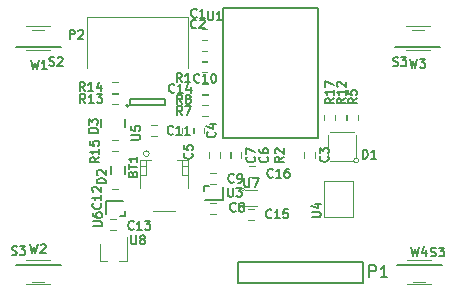
<source format=gbr>
G04 #@! TF.GenerationSoftware,KiCad,Pcbnew,(5.0.1-3-g963ef8bb5)*
G04 #@! TF.CreationDate,2019-05-06T12:15:07-04:00*
G04 #@! TF.ProjectId,OHAK_131,4F48414B5F3133312E6B696361645F70,rev?*
G04 #@! TF.SameCoordinates,Original*
G04 #@! TF.FileFunction,Legend,Top*
G04 #@! TF.FilePolarity,Positive*
%FSLAX46Y46*%
G04 Gerber Fmt 4.6, Leading zero omitted, Abs format (unit mm)*
G04 Created by KiCad (PCBNEW (5.0.1-3-g963ef8bb5)) date Monday, May 06, 2019 at 12:15:07 PM*
%MOMM*%
%LPD*%
G01*
G04 APERTURE LIST*
%ADD10C,0.100000*%
%ADD11C,0.120000*%
%ADD12C,0.200000*%
%ADD13C,0.150000*%
%ADD14C,0.127000*%
G04 APERTURE END LIST*
D10*
G04 #@! TO.C,U4*
X150940880Y-103393860D02*
X148440880Y-103393860D01*
X150940880Y-100393860D02*
X150940880Y-103393860D01*
X148440880Y-100393860D02*
X150940880Y-100393860D01*
X148440880Y-103393860D02*
X148440880Y-100393860D01*
D11*
G04 #@! TO.C,C12*
X131015880Y-101023860D02*
X130515880Y-101023860D01*
X130515880Y-101963860D02*
X131015880Y-101963860D01*
D12*
G04 #@! TO.C,U6*
X131165880Y-103293860D02*
X131565880Y-103293860D01*
X131565880Y-103293860D02*
X131565880Y-102893860D01*
X129965880Y-103193860D02*
X129965880Y-102093860D01*
X129965880Y-102093860D02*
X131465880Y-102093860D01*
D11*
G04 #@! TO.C,U8*
X129455880Y-105713860D02*
X129455880Y-107123860D01*
X131775880Y-107123860D02*
X131775880Y-105093860D01*
X131775880Y-107123860D02*
X131115880Y-107123860D01*
X130115880Y-107123860D02*
X129455880Y-107123860D01*
D10*
G04 #@! TO.C,U7*
X141690880Y-101093860D02*
G75*
G03X141690880Y-101093860I-100000J0D01*
G01*
X142790880Y-102493860D02*
X141790880Y-102493860D01*
X142790880Y-101093860D02*
X141790880Y-101093860D01*
D11*
G04 #@! TO.C,C7*
X139620880Y-97943860D02*
X139620880Y-98443860D01*
X140560880Y-98443860D02*
X140560880Y-97943860D01*
G04 #@! TO.C,C8*
X138840880Y-103138860D02*
X139340880Y-103138860D01*
X139340880Y-102198860D02*
X138840880Y-102198860D01*
D13*
G04 #@! TO.C,U1*
X139940880Y-85693860D02*
X147940880Y-85693860D01*
X139940880Y-96193860D02*
X139940880Y-85693860D01*
X147940880Y-96693860D02*
X147940880Y-85693860D01*
X139940880Y-96693860D02*
X147940880Y-96693860D01*
X139940880Y-96193860D02*
X139940880Y-96693860D01*
D11*
G04 #@! TO.C,S3*
X157392880Y-87267860D02*
X155392880Y-87267860D01*
X155392880Y-89307860D02*
X157392880Y-89307860D01*
X157519880Y-107079860D02*
X155519880Y-107079860D01*
X155519880Y-109119860D02*
X157519880Y-109119860D01*
X125261880Y-107079860D02*
X123261880Y-107079860D01*
X123261880Y-109119860D02*
X125261880Y-109119860D01*
D13*
G04 #@! TO.C,D2*
X130390880Y-99818860D02*
X130390880Y-99118860D01*
X131590880Y-99118860D02*
X131590880Y-99818860D01*
G04 #@! TO.C,D3*
X131615880Y-95118860D02*
X131615880Y-95818860D01*
X129615880Y-95818860D02*
X129615880Y-95118860D01*
G04 #@! TO.C,U5*
X131915880Y-93993860D02*
G75*
G03X131915880Y-93993860I-100000J0D01*
G01*
X132065880Y-93443860D02*
X132065880Y-93943860D01*
X134965880Y-93443860D02*
X132065880Y-93443860D01*
X134965880Y-93943860D02*
X134965880Y-93443860D01*
X132065880Y-93943860D02*
X134965880Y-93943860D01*
D10*
G04 #@! TO.C,P2*
X136984220Y-90845647D02*
X136984220Y-86495647D01*
X136984220Y-86495647D02*
X128384220Y-86495647D01*
X128384220Y-86495647D02*
X128384220Y-90845647D01*
G04 #@! TO.C,D1*
X151390880Y-98643861D02*
G75*
G03X151390880Y-98643861I-200000J0D01*
G01*
X151190880Y-96443861D02*
X151190880Y-98443861D01*
X150990880Y-98643861D02*
X148990880Y-98643861D01*
X148790880Y-98443861D02*
X148790880Y-96443861D01*
X148990880Y-96243861D02*
X150990880Y-96243861D01*
D11*
G04 #@! TO.C,S2*
X125261880Y-87267860D02*
X123261880Y-87267860D01*
X123261880Y-89307860D02*
X125261880Y-89307860D01*
D14*
G04 #@! TO.C,W3*
X154492880Y-89014860D02*
X156392880Y-89014860D01*
X156392880Y-89014860D02*
X158292880Y-89014860D01*
D11*
X156892880Y-87564860D02*
X155892880Y-87564860D01*
D14*
G04 #@! TO.C,W4*
X158419880Y-107499860D02*
X156519880Y-107499860D01*
X156519880Y-107499860D02*
X154619880Y-107499860D01*
D11*
X156019880Y-108949860D02*
X157019880Y-108949860D01*
D14*
G04 #@! TO.C,W2*
X126161880Y-107499860D02*
X124261880Y-107499860D01*
X124261880Y-107499860D02*
X122361880Y-107499860D01*
D11*
X123761880Y-108949860D02*
X124761880Y-108949860D01*
D14*
G04 #@! TO.C,W1*
X122361880Y-89014860D02*
X124261880Y-89014860D01*
X124261880Y-89014860D02*
X126161880Y-89014860D01*
D11*
X124761880Y-87564860D02*
X123761880Y-87564860D01*
G04 #@! TO.C,BT1*
X133665880Y-98056360D02*
G75*
G03X133665880Y-98056360I-250000J0D01*
G01*
X134015880Y-102881360D02*
X135815880Y-102881360D01*
X132915880Y-100981360D02*
X132915880Y-98631360D01*
X132915880Y-98631360D02*
X133815880Y-98631360D01*
X133415880Y-98631360D02*
X133415880Y-99831360D01*
X133415880Y-99831360D02*
X133415880Y-99831360D01*
X133415880Y-99831360D02*
X133415880Y-98631360D01*
X133415880Y-98631360D02*
X133415880Y-98631360D01*
X133415880Y-99131360D02*
X133415880Y-99131360D01*
X133415880Y-99131360D02*
X132915880Y-99131360D01*
X132915880Y-99131360D02*
X132915880Y-99131360D01*
X132915880Y-99131360D02*
X133415880Y-99131360D01*
X133415880Y-99831360D02*
X133415880Y-99831360D01*
X133415880Y-99831360D02*
X132915880Y-99831360D01*
X132915880Y-99831360D02*
X132915880Y-99831360D01*
X132915880Y-99831360D02*
X133415880Y-99831360D01*
X136915880Y-100981360D02*
X136915880Y-98631360D01*
X136915880Y-98631360D02*
X136015880Y-98631360D01*
X136415880Y-98631360D02*
X136415880Y-99831360D01*
X136415880Y-99831360D02*
X136415880Y-99831360D01*
X136415880Y-99831360D02*
X136415880Y-98631360D01*
X136415880Y-98631360D02*
X136415880Y-98631360D01*
X136415880Y-99131360D02*
X136415880Y-99131360D01*
X136415880Y-99131360D02*
X136915880Y-99131360D01*
X136915880Y-99131360D02*
X136915880Y-99131360D01*
X136915880Y-99131360D02*
X136415880Y-99131360D01*
X136415880Y-99831360D02*
X136415880Y-99831360D01*
X136415880Y-99831360D02*
X136915880Y-99831360D01*
X136915880Y-99831360D02*
X136915880Y-99831360D01*
X136915880Y-99831360D02*
X136415880Y-99831360D01*
G04 #@! TO.C,C1*
X138090880Y-88463860D02*
X138590880Y-88463860D01*
X138590880Y-87523860D02*
X138090880Y-87523860D01*
G04 #@! TO.C,C2*
X138590880Y-88423860D02*
X138090880Y-88423860D01*
X138090880Y-89363860D02*
X138590880Y-89363860D01*
G04 #@! TO.C,C3*
X146770880Y-97893860D02*
X146770880Y-98393860D01*
X147710880Y-98393860D02*
X147710880Y-97893860D01*
G04 #@! TO.C,C4*
X137370880Y-95843860D02*
X137370880Y-96343860D01*
X138310880Y-96343860D02*
X138310880Y-95843860D01*
G04 #@! TO.C,C5*
X137410880Y-96343860D02*
X137410880Y-95843860D01*
X136470880Y-95843860D02*
X136470880Y-96343860D01*
G04 #@! TO.C,C6*
X138720880Y-97943860D02*
X138720880Y-98443860D01*
X139660880Y-98443860D02*
X139660880Y-97943860D01*
G04 #@! TO.C,C9*
X138840880Y-100638860D02*
X139340880Y-100638860D01*
X139340880Y-99698860D02*
X138840880Y-99698860D01*
G04 #@! TO.C,C10*
X138590880Y-90223860D02*
X138090880Y-90223860D01*
X138090880Y-91163860D02*
X138590880Y-91163860D01*
G04 #@! TO.C,C11*
X134315880Y-95623860D02*
X133815880Y-95623860D01*
X133815880Y-96563860D02*
X134315880Y-96563860D01*
G04 #@! TO.C,C13*
X130865880Y-103598860D02*
X130365880Y-103598860D01*
X130365880Y-104538860D02*
X130865880Y-104538860D01*
G04 #@! TO.C,C14*
X138660880Y-92123860D02*
X138160880Y-92123860D01*
X138160880Y-93063860D02*
X138660880Y-93063860D01*
G04 #@! TO.C,C15*
X142490880Y-102773860D02*
X141990880Y-102773860D01*
X141990880Y-103713860D02*
X142490880Y-103713860D01*
G04 #@! TO.C,C16*
X142140880Y-100063860D02*
X142640880Y-100063860D01*
X142640880Y-99123860D02*
X142140880Y-99123860D01*
G04 #@! TO.C,R1*
X138590880Y-89323860D02*
X138090880Y-89323860D01*
X138090880Y-90263860D02*
X138590880Y-90263860D01*
G04 #@! TO.C,R2*
X141460880Y-98443860D02*
X141460880Y-97943860D01*
X140520880Y-97943860D02*
X140520880Y-98443860D01*
G04 #@! TO.C,R5*
X150370880Y-94743860D02*
X150370880Y-95243860D01*
X151310880Y-95243860D02*
X151310880Y-94743860D01*
G04 #@! TO.C,R7*
X138650880Y-93923860D02*
X138150880Y-93923860D01*
X138150880Y-94863860D02*
X138650880Y-94863860D01*
G04 #@! TO.C,R8*
X138640880Y-93023860D02*
X138140880Y-93023860D01*
X138140880Y-93963860D02*
X138640880Y-93963860D01*
G04 #@! TO.C,R12*
X150360880Y-95243860D02*
X150360880Y-94743860D01*
X149420880Y-94743860D02*
X149420880Y-95243860D01*
G04 #@! TO.C,R13*
X131015880Y-92923860D02*
X130515880Y-92923860D01*
X130515880Y-93863860D02*
X131015880Y-93863860D01*
G04 #@! TO.C,R14*
X131015880Y-92023860D02*
X130515880Y-92023860D01*
X130515880Y-92963860D02*
X131015880Y-92963860D01*
G04 #@! TO.C,R15*
X130515880Y-97863860D02*
X131015880Y-97863860D01*
X131015880Y-96923860D02*
X130515880Y-96923860D01*
G04 #@! TO.C,R17*
X148470880Y-94743860D02*
X148470880Y-95243860D01*
X149410880Y-95243860D02*
X149410880Y-94743860D01*
D12*
G04 #@! TO.C,U3*
X139890880Y-102018861D02*
X138390880Y-102018861D01*
X139890880Y-100918861D02*
X139890880Y-102018861D01*
X138290880Y-100818861D02*
X138290880Y-101218861D01*
X138690880Y-100818861D02*
X138290880Y-100818861D01*
G04 #@! TO.C,P1*
X141210880Y-107193860D02*
X151770880Y-107193860D01*
X151770880Y-107193860D02*
X151770880Y-108993860D01*
X151770880Y-108993860D02*
X141210880Y-108993860D01*
X141210880Y-108993860D02*
X141210880Y-107193860D01*
G04 #@! TO.C,U4*
D13*
X147430165Y-103415288D02*
X148037308Y-103415288D01*
X148108737Y-103379574D01*
X148144451Y-103343860D01*
X148180165Y-103272431D01*
X148180165Y-103129574D01*
X148144451Y-103058145D01*
X148108737Y-103022431D01*
X148037308Y-102986717D01*
X147430165Y-102986717D01*
X147680165Y-102308145D02*
X148180165Y-102308145D01*
X147394451Y-102486717D02*
X147930165Y-102665288D01*
X147930165Y-102201002D01*
G04 #@! TO.C,C12*
X129533737Y-102276002D02*
X129569451Y-102311717D01*
X129605165Y-102418860D01*
X129605165Y-102490288D01*
X129569451Y-102597431D01*
X129498022Y-102668860D01*
X129426594Y-102704574D01*
X129283737Y-102740288D01*
X129176594Y-102740288D01*
X129033737Y-102704574D01*
X128962308Y-102668860D01*
X128890880Y-102597431D01*
X128855165Y-102490288D01*
X128855165Y-102418860D01*
X128890880Y-102311717D01*
X128926594Y-102276002D01*
X129605165Y-101561717D02*
X129605165Y-101990288D01*
X129605165Y-101776002D02*
X128855165Y-101776002D01*
X128962308Y-101847431D01*
X129033737Y-101918860D01*
X129069451Y-101990288D01*
X128926594Y-101276002D02*
X128890880Y-101240288D01*
X128855165Y-101168860D01*
X128855165Y-100990288D01*
X128890880Y-100918860D01*
X128926594Y-100883145D01*
X128998022Y-100847431D01*
X129069451Y-100847431D01*
X129176594Y-100883145D01*
X129605165Y-101311717D01*
X129605165Y-100847431D01*
G04 #@! TO.C,U6*
X128905165Y-104215288D02*
X129512308Y-104215288D01*
X129583737Y-104179574D01*
X129619451Y-104143860D01*
X129655165Y-104072431D01*
X129655165Y-103929574D01*
X129619451Y-103858145D01*
X129583737Y-103822431D01*
X129512308Y-103786717D01*
X128905165Y-103786717D01*
X128905165Y-103108145D02*
X128905165Y-103251002D01*
X128940880Y-103322431D01*
X128976594Y-103358145D01*
X129083737Y-103429574D01*
X129226594Y-103465288D01*
X129512308Y-103465288D01*
X129583737Y-103429574D01*
X129619451Y-103393860D01*
X129655165Y-103322431D01*
X129655165Y-103179574D01*
X129619451Y-103108145D01*
X129583737Y-103072431D01*
X129512308Y-103036717D01*
X129333737Y-103036717D01*
X129262308Y-103072431D01*
X129226594Y-103108145D01*
X129190880Y-103179574D01*
X129190880Y-103322431D01*
X129226594Y-103393860D01*
X129262308Y-103429574D01*
X129333737Y-103465288D01*
G04 #@! TO.C,U8*
X132144451Y-104983145D02*
X132144451Y-105590288D01*
X132180165Y-105661717D01*
X132215880Y-105697431D01*
X132287308Y-105733145D01*
X132430165Y-105733145D01*
X132501594Y-105697431D01*
X132537308Y-105661717D01*
X132573022Y-105590288D01*
X132573022Y-104983145D01*
X133037308Y-105304574D02*
X132965880Y-105268860D01*
X132930165Y-105233145D01*
X132894451Y-105161717D01*
X132894451Y-105126002D01*
X132930165Y-105054574D01*
X132965880Y-105018860D01*
X133037308Y-104983145D01*
X133180165Y-104983145D01*
X133251594Y-105018860D01*
X133287308Y-105054574D01*
X133323022Y-105126002D01*
X133323022Y-105161717D01*
X133287308Y-105233145D01*
X133251594Y-105268860D01*
X133180165Y-105304574D01*
X133037308Y-105304574D01*
X132965880Y-105340288D01*
X132930165Y-105376002D01*
X132894451Y-105447431D01*
X132894451Y-105590288D01*
X132930165Y-105661717D01*
X132965880Y-105697431D01*
X133037308Y-105733145D01*
X133180165Y-105733145D01*
X133251594Y-105697431D01*
X133287308Y-105661717D01*
X133323022Y-105590288D01*
X133323022Y-105447431D01*
X133287308Y-105376002D01*
X133251594Y-105340288D01*
X133180165Y-105304574D01*
G04 #@! TO.C,U7*
X141719451Y-100133145D02*
X141719451Y-100740288D01*
X141755165Y-100811717D01*
X141790880Y-100847431D01*
X141862308Y-100883145D01*
X142005165Y-100883145D01*
X142076594Y-100847431D01*
X142112308Y-100811717D01*
X142148022Y-100740288D01*
X142148022Y-100133145D01*
X142433737Y-100133145D02*
X142933737Y-100133145D01*
X142612308Y-100883145D01*
G04 #@! TO.C,C7*
X142558737Y-98318860D02*
X142594451Y-98354574D01*
X142630165Y-98461717D01*
X142630165Y-98533145D01*
X142594451Y-98640288D01*
X142523022Y-98711717D01*
X142451594Y-98747431D01*
X142308737Y-98783145D01*
X142201594Y-98783145D01*
X142058737Y-98747431D01*
X141987308Y-98711717D01*
X141915880Y-98640288D01*
X141880165Y-98533145D01*
X141880165Y-98461717D01*
X141915880Y-98354574D01*
X141951594Y-98318860D01*
X141880165Y-98068860D02*
X141880165Y-97568860D01*
X142630165Y-97890288D01*
G04 #@! TO.C,C8*
X140965880Y-102886717D02*
X140930165Y-102922431D01*
X140823022Y-102958145D01*
X140751594Y-102958145D01*
X140644451Y-102922431D01*
X140573022Y-102851002D01*
X140537308Y-102779574D01*
X140501594Y-102636717D01*
X140501594Y-102529574D01*
X140537308Y-102386717D01*
X140573022Y-102315288D01*
X140644451Y-102243860D01*
X140751594Y-102208145D01*
X140823022Y-102208145D01*
X140930165Y-102243860D01*
X140965880Y-102279574D01*
X141394451Y-102529574D02*
X141323022Y-102493860D01*
X141287308Y-102458145D01*
X141251594Y-102386717D01*
X141251594Y-102351002D01*
X141287308Y-102279574D01*
X141323022Y-102243860D01*
X141394451Y-102208145D01*
X141537308Y-102208145D01*
X141608737Y-102243860D01*
X141644451Y-102279574D01*
X141680165Y-102351002D01*
X141680165Y-102386717D01*
X141644451Y-102458145D01*
X141608737Y-102493860D01*
X141537308Y-102529574D01*
X141394451Y-102529574D01*
X141323022Y-102565288D01*
X141287308Y-102601002D01*
X141251594Y-102672431D01*
X141251594Y-102815288D01*
X141287308Y-102886717D01*
X141323022Y-102922431D01*
X141394451Y-102958145D01*
X141537308Y-102958145D01*
X141608737Y-102922431D01*
X141644451Y-102886717D01*
X141680165Y-102815288D01*
X141680165Y-102672431D01*
X141644451Y-102601002D01*
X141608737Y-102565288D01*
X141537308Y-102529574D01*
G04 #@! TO.C,U1*
X138619451Y-86008145D02*
X138619451Y-86615288D01*
X138655165Y-86686717D01*
X138690880Y-86722431D01*
X138762308Y-86758145D01*
X138905165Y-86758145D01*
X138976594Y-86722431D01*
X139012308Y-86686717D01*
X139048022Y-86615288D01*
X139048022Y-86008145D01*
X139798022Y-86758145D02*
X139369451Y-86758145D01*
X139583737Y-86758145D02*
X139583737Y-86008145D01*
X139512308Y-86115288D01*
X139440880Y-86186717D01*
X139369451Y-86222431D01*
G04 #@! TO.C,S3*
X154294451Y-90597431D02*
X154401594Y-90633145D01*
X154580165Y-90633145D01*
X154651594Y-90597431D01*
X154687308Y-90561717D01*
X154723022Y-90490288D01*
X154723022Y-90418860D01*
X154687308Y-90347431D01*
X154651594Y-90311717D01*
X154580165Y-90276002D01*
X154437308Y-90240288D01*
X154365880Y-90204574D01*
X154330165Y-90168860D01*
X154294451Y-90097431D01*
X154294451Y-90026002D01*
X154330165Y-89954574D01*
X154365880Y-89918860D01*
X154437308Y-89883145D01*
X154615880Y-89883145D01*
X154723022Y-89918860D01*
X154973022Y-89883145D02*
X155437308Y-89883145D01*
X155187308Y-90168860D01*
X155294451Y-90168860D01*
X155365880Y-90204574D01*
X155401594Y-90240288D01*
X155437308Y-90311717D01*
X155437308Y-90490288D01*
X155401594Y-90561717D01*
X155365880Y-90597431D01*
X155294451Y-90633145D01*
X155080165Y-90633145D01*
X155008737Y-90597431D01*
X154973022Y-90561717D01*
X157494451Y-106722431D02*
X157601594Y-106758145D01*
X157780165Y-106758145D01*
X157851594Y-106722431D01*
X157887308Y-106686717D01*
X157923022Y-106615288D01*
X157923022Y-106543860D01*
X157887308Y-106472431D01*
X157851594Y-106436717D01*
X157780165Y-106401002D01*
X157637308Y-106365288D01*
X157565880Y-106329574D01*
X157530165Y-106293860D01*
X157494451Y-106222431D01*
X157494451Y-106151002D01*
X157530165Y-106079574D01*
X157565880Y-106043860D01*
X157637308Y-106008145D01*
X157815880Y-106008145D01*
X157923022Y-106043860D01*
X158173022Y-106008145D02*
X158637308Y-106008145D01*
X158387308Y-106293860D01*
X158494451Y-106293860D01*
X158565880Y-106329574D01*
X158601594Y-106365288D01*
X158637308Y-106436717D01*
X158637308Y-106615288D01*
X158601594Y-106686717D01*
X158565880Y-106722431D01*
X158494451Y-106758145D01*
X158280165Y-106758145D01*
X158208737Y-106722431D01*
X158173022Y-106686717D01*
X122019451Y-106597431D02*
X122126594Y-106633145D01*
X122305165Y-106633145D01*
X122376594Y-106597431D01*
X122412308Y-106561717D01*
X122448022Y-106490288D01*
X122448022Y-106418860D01*
X122412308Y-106347431D01*
X122376594Y-106311717D01*
X122305165Y-106276002D01*
X122162308Y-106240288D01*
X122090880Y-106204574D01*
X122055165Y-106168860D01*
X122019451Y-106097431D01*
X122019451Y-106026002D01*
X122055165Y-105954574D01*
X122090880Y-105918860D01*
X122162308Y-105883145D01*
X122340880Y-105883145D01*
X122448022Y-105918860D01*
X122698022Y-105883145D02*
X123162308Y-105883145D01*
X122912308Y-106168860D01*
X123019451Y-106168860D01*
X123090880Y-106204574D01*
X123126594Y-106240288D01*
X123162308Y-106311717D01*
X123162308Y-106490288D01*
X123126594Y-106561717D01*
X123090880Y-106597431D01*
X123019451Y-106633145D01*
X122805165Y-106633145D01*
X122733737Y-106597431D01*
X122698022Y-106561717D01*
G04 #@! TO.C,D2*
X129980165Y-100572431D02*
X129230165Y-100572431D01*
X129230165Y-100393860D01*
X129265880Y-100286717D01*
X129337308Y-100215288D01*
X129408737Y-100179574D01*
X129551594Y-100143860D01*
X129658737Y-100143860D01*
X129801594Y-100179574D01*
X129873022Y-100215288D01*
X129944451Y-100286717D01*
X129980165Y-100393860D01*
X129980165Y-100572431D01*
X129301594Y-99858145D02*
X129265880Y-99822431D01*
X129230165Y-99751002D01*
X129230165Y-99572431D01*
X129265880Y-99501002D01*
X129301594Y-99465288D01*
X129373022Y-99429574D01*
X129444451Y-99429574D01*
X129551594Y-99465288D01*
X129980165Y-99893860D01*
X129980165Y-99429574D01*
G04 #@! TO.C,D3*
X129280165Y-96272431D02*
X128530165Y-96272431D01*
X128530165Y-96093860D01*
X128565880Y-95986717D01*
X128637308Y-95915288D01*
X128708737Y-95879574D01*
X128851594Y-95843860D01*
X128958737Y-95843860D01*
X129101594Y-95879574D01*
X129173022Y-95915288D01*
X129244451Y-95986717D01*
X129280165Y-96093860D01*
X129280165Y-96272431D01*
X128530165Y-95593860D02*
X128530165Y-95129574D01*
X128815880Y-95379574D01*
X128815880Y-95272431D01*
X128851594Y-95201002D01*
X128887308Y-95165288D01*
X128958737Y-95129574D01*
X129137308Y-95129574D01*
X129208737Y-95165288D01*
X129244451Y-95201002D01*
X129280165Y-95272431D01*
X129280165Y-95486717D01*
X129244451Y-95558145D01*
X129208737Y-95593860D01*
G04 #@! TO.C,U5*
X132135165Y-96875288D02*
X132742308Y-96875288D01*
X132813737Y-96839574D01*
X132849451Y-96803860D01*
X132885165Y-96732431D01*
X132885165Y-96589574D01*
X132849451Y-96518145D01*
X132813737Y-96482431D01*
X132742308Y-96446717D01*
X132135165Y-96446717D01*
X132135165Y-95732431D02*
X132135165Y-96089574D01*
X132492308Y-96125288D01*
X132456594Y-96089574D01*
X132420880Y-96018145D01*
X132420880Y-95839574D01*
X132456594Y-95768145D01*
X132492308Y-95732431D01*
X132563737Y-95696717D01*
X132742308Y-95696717D01*
X132813737Y-95732431D01*
X132849451Y-95768145D01*
X132885165Y-95839574D01*
X132885165Y-96018145D01*
X132849451Y-96089574D01*
X132813737Y-96125288D01*
G04 #@! TO.C,P2*
X126934108Y-88322345D02*
X126934108Y-87572345D01*
X127219822Y-87572345D01*
X127291251Y-87608060D01*
X127326965Y-87643774D01*
X127362680Y-87715202D01*
X127362680Y-87822345D01*
X127326965Y-87893774D01*
X127291251Y-87929488D01*
X127219822Y-87965202D01*
X126934108Y-87965202D01*
X127648394Y-87643774D02*
X127684108Y-87608060D01*
X127755537Y-87572345D01*
X127934108Y-87572345D01*
X128005537Y-87608060D01*
X128041251Y-87643774D01*
X128076965Y-87715202D01*
X128076965Y-87786631D01*
X128041251Y-87893774D01*
X127612680Y-88322345D01*
X128076965Y-88322345D01*
G04 #@! TO.C,D1*
X151737308Y-98483146D02*
X151737308Y-97733146D01*
X151915880Y-97733146D01*
X152023022Y-97768861D01*
X152094451Y-97840289D01*
X152130165Y-97911718D01*
X152165880Y-98054575D01*
X152165880Y-98161718D01*
X152130165Y-98304575D01*
X152094451Y-98376003D01*
X152023022Y-98447432D01*
X151915880Y-98483146D01*
X151737308Y-98483146D01*
X152880165Y-98483146D02*
X152451594Y-98483146D01*
X152665880Y-98483146D02*
X152665880Y-97733146D01*
X152594451Y-97840289D01*
X152523022Y-97911718D01*
X152451594Y-97947432D01*
G04 #@! TO.C,S2*
X125194451Y-90572431D02*
X125301594Y-90608145D01*
X125480165Y-90608145D01*
X125551594Y-90572431D01*
X125587308Y-90536717D01*
X125623022Y-90465288D01*
X125623022Y-90393860D01*
X125587308Y-90322431D01*
X125551594Y-90286717D01*
X125480165Y-90251002D01*
X125337308Y-90215288D01*
X125265880Y-90179574D01*
X125230165Y-90143860D01*
X125194451Y-90072431D01*
X125194451Y-90001002D01*
X125230165Y-89929574D01*
X125265880Y-89893860D01*
X125337308Y-89858145D01*
X125515880Y-89858145D01*
X125623022Y-89893860D01*
X125908737Y-89929574D02*
X125944451Y-89893860D01*
X126015880Y-89858145D01*
X126194451Y-89858145D01*
X126265880Y-89893860D01*
X126301594Y-89929574D01*
X126337308Y-90001002D01*
X126337308Y-90072431D01*
X126301594Y-90179574D01*
X125873022Y-90608145D01*
X126337308Y-90608145D01*
G04 #@! TO.C,W3*
X155712308Y-90033145D02*
X155890880Y-90783145D01*
X156033737Y-90247431D01*
X156176594Y-90783145D01*
X156355165Y-90033145D01*
X156569451Y-90033145D02*
X157033737Y-90033145D01*
X156783737Y-90318860D01*
X156890880Y-90318860D01*
X156962308Y-90354574D01*
X156998022Y-90390288D01*
X157033737Y-90461717D01*
X157033737Y-90640288D01*
X156998022Y-90711717D01*
X156962308Y-90747431D01*
X156890880Y-90783145D01*
X156676594Y-90783145D01*
X156605165Y-90747431D01*
X156569451Y-90711717D01*
G04 #@! TO.C,W4*
X155841308Y-105933145D02*
X156019880Y-106683145D01*
X156162737Y-106147431D01*
X156305594Y-106683145D01*
X156484165Y-105933145D01*
X157091308Y-106183145D02*
X157091308Y-106683145D01*
X156912737Y-105897431D02*
X156734165Y-106433145D01*
X157198451Y-106433145D01*
G04 #@! TO.C,W2*
X123562308Y-105733145D02*
X123740880Y-106483145D01*
X123883737Y-105947431D01*
X124026594Y-106483145D01*
X124205165Y-105733145D01*
X124455165Y-105804574D02*
X124490880Y-105768860D01*
X124562308Y-105733145D01*
X124740880Y-105733145D01*
X124812308Y-105768860D01*
X124848022Y-105804574D01*
X124883737Y-105876002D01*
X124883737Y-105947431D01*
X124848022Y-106054574D01*
X124419451Y-106483145D01*
X124883737Y-106483145D01*
G04 #@! TO.C,W1*
X123662308Y-90133145D02*
X123840880Y-90883145D01*
X123983737Y-90347431D01*
X124126594Y-90883145D01*
X124305165Y-90133145D01*
X124983737Y-90883145D02*
X124555165Y-90883145D01*
X124769451Y-90883145D02*
X124769451Y-90133145D01*
X124698022Y-90240288D01*
X124626594Y-90311717D01*
X124555165Y-90347431D01*
G04 #@! TO.C,BT1*
X132262308Y-99783145D02*
X132298022Y-99676002D01*
X132333737Y-99640288D01*
X132405165Y-99604574D01*
X132512308Y-99604574D01*
X132583737Y-99640288D01*
X132619451Y-99676002D01*
X132655165Y-99747431D01*
X132655165Y-100033145D01*
X131905165Y-100033145D01*
X131905165Y-99783145D01*
X131940880Y-99711717D01*
X131976594Y-99676002D01*
X132048022Y-99640288D01*
X132119451Y-99640288D01*
X132190880Y-99676002D01*
X132226594Y-99711717D01*
X132262308Y-99783145D01*
X132262308Y-100033145D01*
X131905165Y-99390288D02*
X131905165Y-98961717D01*
X132655165Y-99176002D02*
X131905165Y-99176002D01*
X132655165Y-98318860D02*
X132655165Y-98747431D01*
X132655165Y-98533145D02*
X131905165Y-98533145D01*
X132012308Y-98604574D01*
X132083737Y-98676002D01*
X132119451Y-98747431D01*
G04 #@! TO.C,C1*
X137665880Y-86461717D02*
X137630165Y-86497431D01*
X137523022Y-86533145D01*
X137451594Y-86533145D01*
X137344451Y-86497431D01*
X137273022Y-86426002D01*
X137237308Y-86354574D01*
X137201594Y-86211717D01*
X137201594Y-86104574D01*
X137237308Y-85961717D01*
X137273022Y-85890288D01*
X137344451Y-85818860D01*
X137451594Y-85783145D01*
X137523022Y-85783145D01*
X137630165Y-85818860D01*
X137665880Y-85854574D01*
X138380165Y-86533145D02*
X137951594Y-86533145D01*
X138165880Y-86533145D02*
X138165880Y-85783145D01*
X138094451Y-85890288D01*
X138023022Y-85961717D01*
X137951594Y-85997431D01*
G04 #@! TO.C,C2*
X137640880Y-87386717D02*
X137605165Y-87422431D01*
X137498022Y-87458145D01*
X137426594Y-87458145D01*
X137319451Y-87422431D01*
X137248022Y-87351002D01*
X137212308Y-87279574D01*
X137176594Y-87136717D01*
X137176594Y-87029574D01*
X137212308Y-86886717D01*
X137248022Y-86815288D01*
X137319451Y-86743860D01*
X137426594Y-86708145D01*
X137498022Y-86708145D01*
X137605165Y-86743860D01*
X137640880Y-86779574D01*
X137926594Y-86779574D02*
X137962308Y-86743860D01*
X138033737Y-86708145D01*
X138212308Y-86708145D01*
X138283737Y-86743860D01*
X138319451Y-86779574D01*
X138355165Y-86851002D01*
X138355165Y-86922431D01*
X138319451Y-87029574D01*
X137890880Y-87458145D01*
X138355165Y-87458145D01*
G04 #@! TO.C,C3*
X148778737Y-98268860D02*
X148814451Y-98304574D01*
X148850165Y-98411717D01*
X148850165Y-98483145D01*
X148814451Y-98590288D01*
X148743022Y-98661717D01*
X148671594Y-98697431D01*
X148528737Y-98733145D01*
X148421594Y-98733145D01*
X148278737Y-98697431D01*
X148207308Y-98661717D01*
X148135880Y-98590288D01*
X148100165Y-98483145D01*
X148100165Y-98411717D01*
X148135880Y-98304574D01*
X148171594Y-98268860D01*
X148100165Y-98018860D02*
X148100165Y-97554574D01*
X148385880Y-97804574D01*
X148385880Y-97697431D01*
X148421594Y-97626002D01*
X148457308Y-97590288D01*
X148528737Y-97554574D01*
X148707308Y-97554574D01*
X148778737Y-97590288D01*
X148814451Y-97626002D01*
X148850165Y-97697431D01*
X148850165Y-97911717D01*
X148814451Y-97983145D01*
X148778737Y-98018860D01*
G04 #@! TO.C,C4*
X139208737Y-96218860D02*
X139244451Y-96254574D01*
X139280165Y-96361717D01*
X139280165Y-96433145D01*
X139244451Y-96540288D01*
X139173022Y-96611717D01*
X139101594Y-96647431D01*
X138958737Y-96683145D01*
X138851594Y-96683145D01*
X138708737Y-96647431D01*
X138637308Y-96611717D01*
X138565880Y-96540288D01*
X138530165Y-96433145D01*
X138530165Y-96361717D01*
X138565880Y-96254574D01*
X138601594Y-96218860D01*
X138780165Y-95576002D02*
X139280165Y-95576002D01*
X138494451Y-95754574D02*
X139030165Y-95933145D01*
X139030165Y-95468860D01*
G04 #@! TO.C,C5*
X137258737Y-98018860D02*
X137294451Y-98054574D01*
X137330165Y-98161717D01*
X137330165Y-98233145D01*
X137294451Y-98340288D01*
X137223022Y-98411717D01*
X137151594Y-98447431D01*
X137008737Y-98483145D01*
X136901594Y-98483145D01*
X136758737Y-98447431D01*
X136687308Y-98411717D01*
X136615880Y-98340288D01*
X136580165Y-98233145D01*
X136580165Y-98161717D01*
X136615880Y-98054574D01*
X136651594Y-98018860D01*
X136580165Y-97340288D02*
X136580165Y-97697431D01*
X136937308Y-97733145D01*
X136901594Y-97697431D01*
X136865880Y-97626002D01*
X136865880Y-97447431D01*
X136901594Y-97376002D01*
X136937308Y-97340288D01*
X137008737Y-97304574D01*
X137187308Y-97304574D01*
X137258737Y-97340288D01*
X137294451Y-97376002D01*
X137330165Y-97447431D01*
X137330165Y-97626002D01*
X137294451Y-97697431D01*
X137258737Y-97733145D01*
G04 #@! TO.C,C6*
X143658737Y-98318860D02*
X143694451Y-98354574D01*
X143730165Y-98461717D01*
X143730165Y-98533145D01*
X143694451Y-98640288D01*
X143623022Y-98711717D01*
X143551594Y-98747431D01*
X143408737Y-98783145D01*
X143301594Y-98783145D01*
X143158737Y-98747431D01*
X143087308Y-98711717D01*
X143015880Y-98640288D01*
X142980165Y-98533145D01*
X142980165Y-98461717D01*
X143015880Y-98354574D01*
X143051594Y-98318860D01*
X142980165Y-97676002D02*
X142980165Y-97818860D01*
X143015880Y-97890288D01*
X143051594Y-97926002D01*
X143158737Y-97997431D01*
X143301594Y-98033145D01*
X143587308Y-98033145D01*
X143658737Y-97997431D01*
X143694451Y-97961717D01*
X143730165Y-97890288D01*
X143730165Y-97747431D01*
X143694451Y-97676002D01*
X143658737Y-97640288D01*
X143587308Y-97604574D01*
X143408737Y-97604574D01*
X143337308Y-97640288D01*
X143301594Y-97676002D01*
X143265880Y-97747431D01*
X143265880Y-97890288D01*
X143301594Y-97961717D01*
X143337308Y-97997431D01*
X143408737Y-98033145D01*
G04 #@! TO.C,C9*
X140815880Y-100436717D02*
X140780165Y-100472431D01*
X140673022Y-100508145D01*
X140601594Y-100508145D01*
X140494451Y-100472431D01*
X140423022Y-100401002D01*
X140387308Y-100329574D01*
X140351594Y-100186717D01*
X140351594Y-100079574D01*
X140387308Y-99936717D01*
X140423022Y-99865288D01*
X140494451Y-99793860D01*
X140601594Y-99758145D01*
X140673022Y-99758145D01*
X140780165Y-99793860D01*
X140815880Y-99829574D01*
X141173022Y-100508145D02*
X141315880Y-100508145D01*
X141387308Y-100472431D01*
X141423022Y-100436717D01*
X141494451Y-100329574D01*
X141530165Y-100186717D01*
X141530165Y-99901002D01*
X141494451Y-99829574D01*
X141458737Y-99793860D01*
X141387308Y-99758145D01*
X141244451Y-99758145D01*
X141173022Y-99793860D01*
X141137308Y-99829574D01*
X141101594Y-99901002D01*
X141101594Y-100079574D01*
X141137308Y-100151002D01*
X141173022Y-100186717D01*
X141244451Y-100222431D01*
X141387308Y-100222431D01*
X141458737Y-100186717D01*
X141494451Y-100151002D01*
X141530165Y-100079574D01*
G04 #@! TO.C,C10*
X137908737Y-91961717D02*
X137873022Y-91997431D01*
X137765880Y-92033145D01*
X137694451Y-92033145D01*
X137587308Y-91997431D01*
X137515880Y-91926002D01*
X137480165Y-91854574D01*
X137444451Y-91711717D01*
X137444451Y-91604574D01*
X137480165Y-91461717D01*
X137515880Y-91390288D01*
X137587308Y-91318860D01*
X137694451Y-91283145D01*
X137765880Y-91283145D01*
X137873022Y-91318860D01*
X137908737Y-91354574D01*
X138623022Y-92033145D02*
X138194451Y-92033145D01*
X138408737Y-92033145D02*
X138408737Y-91283145D01*
X138337308Y-91390288D01*
X138265880Y-91461717D01*
X138194451Y-91497431D01*
X139087308Y-91283145D02*
X139158737Y-91283145D01*
X139230165Y-91318860D01*
X139265880Y-91354574D01*
X139301594Y-91426002D01*
X139337308Y-91568860D01*
X139337308Y-91747431D01*
X139301594Y-91890288D01*
X139265880Y-91961717D01*
X139230165Y-91997431D01*
X139158737Y-92033145D01*
X139087308Y-92033145D01*
X139015880Y-91997431D01*
X138980165Y-91961717D01*
X138944451Y-91890288D01*
X138908737Y-91747431D01*
X138908737Y-91568860D01*
X138944451Y-91426002D01*
X138980165Y-91354574D01*
X139015880Y-91318860D01*
X139087308Y-91283145D01*
G04 #@! TO.C,C11*
X135682137Y-96384917D02*
X135646422Y-96420631D01*
X135539280Y-96456345D01*
X135467851Y-96456345D01*
X135360708Y-96420631D01*
X135289280Y-96349202D01*
X135253565Y-96277774D01*
X135217851Y-96134917D01*
X135217851Y-96027774D01*
X135253565Y-95884917D01*
X135289280Y-95813488D01*
X135360708Y-95742060D01*
X135467851Y-95706345D01*
X135539280Y-95706345D01*
X135646422Y-95742060D01*
X135682137Y-95777774D01*
X136396422Y-96456345D02*
X135967851Y-96456345D01*
X136182137Y-96456345D02*
X136182137Y-95706345D01*
X136110708Y-95813488D01*
X136039280Y-95884917D01*
X135967851Y-95920631D01*
X137110708Y-96456345D02*
X136682137Y-96456345D01*
X136896422Y-96456345D02*
X136896422Y-95706345D01*
X136824994Y-95813488D01*
X136753565Y-95884917D01*
X136682137Y-95920631D01*
G04 #@! TO.C,C13*
X132333737Y-104436717D02*
X132298022Y-104472431D01*
X132190880Y-104508145D01*
X132119451Y-104508145D01*
X132012308Y-104472431D01*
X131940880Y-104401002D01*
X131905165Y-104329574D01*
X131869451Y-104186717D01*
X131869451Y-104079574D01*
X131905165Y-103936717D01*
X131940880Y-103865288D01*
X132012308Y-103793860D01*
X132119451Y-103758145D01*
X132190880Y-103758145D01*
X132298022Y-103793860D01*
X132333737Y-103829574D01*
X133048022Y-104508145D02*
X132619451Y-104508145D01*
X132833737Y-104508145D02*
X132833737Y-103758145D01*
X132762308Y-103865288D01*
X132690880Y-103936717D01*
X132619451Y-103972431D01*
X133298022Y-103758145D02*
X133762308Y-103758145D01*
X133512308Y-104043860D01*
X133619451Y-104043860D01*
X133690880Y-104079574D01*
X133726594Y-104115288D01*
X133762308Y-104186717D01*
X133762308Y-104365288D01*
X133726594Y-104436717D01*
X133690880Y-104472431D01*
X133619451Y-104508145D01*
X133405165Y-104508145D01*
X133333737Y-104472431D01*
X133298022Y-104436717D01*
G04 #@! TO.C,C14*
X135798737Y-92821717D02*
X135763022Y-92857431D01*
X135655880Y-92893145D01*
X135584451Y-92893145D01*
X135477308Y-92857431D01*
X135405880Y-92786002D01*
X135370165Y-92714574D01*
X135334451Y-92571717D01*
X135334451Y-92464574D01*
X135370165Y-92321717D01*
X135405880Y-92250288D01*
X135477308Y-92178860D01*
X135584451Y-92143145D01*
X135655880Y-92143145D01*
X135763022Y-92178860D01*
X135798737Y-92214574D01*
X136513022Y-92893145D02*
X136084451Y-92893145D01*
X136298737Y-92893145D02*
X136298737Y-92143145D01*
X136227308Y-92250288D01*
X136155880Y-92321717D01*
X136084451Y-92357431D01*
X137155880Y-92393145D02*
X137155880Y-92893145D01*
X136977308Y-92107431D02*
X136798737Y-92643145D01*
X137263022Y-92643145D01*
G04 #@! TO.C,C15*
X144008737Y-103461717D02*
X143973022Y-103497431D01*
X143865880Y-103533145D01*
X143794451Y-103533145D01*
X143687308Y-103497431D01*
X143615880Y-103426002D01*
X143580165Y-103354574D01*
X143544451Y-103211717D01*
X143544451Y-103104574D01*
X143580165Y-102961717D01*
X143615880Y-102890288D01*
X143687308Y-102818860D01*
X143794451Y-102783145D01*
X143865880Y-102783145D01*
X143973022Y-102818860D01*
X144008737Y-102854574D01*
X144723022Y-103533145D02*
X144294451Y-103533145D01*
X144508737Y-103533145D02*
X144508737Y-102783145D01*
X144437308Y-102890288D01*
X144365880Y-102961717D01*
X144294451Y-102997431D01*
X145401594Y-102783145D02*
X145044451Y-102783145D01*
X145008737Y-103140288D01*
X145044451Y-103104574D01*
X145115880Y-103068860D01*
X145294451Y-103068860D01*
X145365880Y-103104574D01*
X145401594Y-103140288D01*
X145437308Y-103211717D01*
X145437308Y-103390288D01*
X145401594Y-103461717D01*
X145365880Y-103497431D01*
X145294451Y-103533145D01*
X145115880Y-103533145D01*
X145044451Y-103497431D01*
X145008737Y-103461717D01*
G04 #@! TO.C,C16*
X144108737Y-100011717D02*
X144073022Y-100047431D01*
X143965880Y-100083145D01*
X143894451Y-100083145D01*
X143787308Y-100047431D01*
X143715880Y-99976002D01*
X143680165Y-99904574D01*
X143644451Y-99761717D01*
X143644451Y-99654574D01*
X143680165Y-99511717D01*
X143715880Y-99440288D01*
X143787308Y-99368860D01*
X143894451Y-99333145D01*
X143965880Y-99333145D01*
X144073022Y-99368860D01*
X144108737Y-99404574D01*
X144823022Y-100083145D02*
X144394451Y-100083145D01*
X144608737Y-100083145D02*
X144608737Y-99333145D01*
X144537308Y-99440288D01*
X144465880Y-99511717D01*
X144394451Y-99547431D01*
X145465880Y-99333145D02*
X145323022Y-99333145D01*
X145251594Y-99368860D01*
X145215880Y-99404574D01*
X145144451Y-99511717D01*
X145108737Y-99654574D01*
X145108737Y-99940288D01*
X145144451Y-100011717D01*
X145180165Y-100047431D01*
X145251594Y-100083145D01*
X145394451Y-100083145D01*
X145465880Y-100047431D01*
X145501594Y-100011717D01*
X145537308Y-99940288D01*
X145537308Y-99761717D01*
X145501594Y-99690288D01*
X145465880Y-99654574D01*
X145394451Y-99618860D01*
X145251594Y-99618860D01*
X145180165Y-99654574D01*
X145144451Y-99690288D01*
X145108737Y-99761717D01*
G04 #@! TO.C,R1*
X136415880Y-91983145D02*
X136165880Y-91626002D01*
X135987308Y-91983145D02*
X135987308Y-91233145D01*
X136273022Y-91233145D01*
X136344451Y-91268860D01*
X136380165Y-91304574D01*
X136415880Y-91376002D01*
X136415880Y-91483145D01*
X136380165Y-91554574D01*
X136344451Y-91590288D01*
X136273022Y-91626002D01*
X135987308Y-91626002D01*
X137130165Y-91983145D02*
X136701594Y-91983145D01*
X136915880Y-91983145D02*
X136915880Y-91233145D01*
X136844451Y-91340288D01*
X136773022Y-91411717D01*
X136701594Y-91447431D01*
G04 #@! TO.C,R2*
X145030165Y-98318860D02*
X144673022Y-98568860D01*
X145030165Y-98747431D02*
X144280165Y-98747431D01*
X144280165Y-98461717D01*
X144315880Y-98390288D01*
X144351594Y-98354574D01*
X144423022Y-98318860D01*
X144530165Y-98318860D01*
X144601594Y-98354574D01*
X144637308Y-98390288D01*
X144673022Y-98461717D01*
X144673022Y-98747431D01*
X144351594Y-98033145D02*
X144315880Y-97997431D01*
X144280165Y-97926002D01*
X144280165Y-97747431D01*
X144315880Y-97676002D01*
X144351594Y-97640288D01*
X144423022Y-97604574D01*
X144494451Y-97604574D01*
X144601594Y-97640288D01*
X145030165Y-98068860D01*
X145030165Y-97604574D01*
G04 #@! TO.C,R5*
X151230165Y-93368860D02*
X150873022Y-93618860D01*
X151230165Y-93797431D02*
X150480165Y-93797431D01*
X150480165Y-93511717D01*
X150515880Y-93440288D01*
X150551594Y-93404574D01*
X150623022Y-93368860D01*
X150730165Y-93368860D01*
X150801594Y-93404574D01*
X150837308Y-93440288D01*
X150873022Y-93511717D01*
X150873022Y-93797431D01*
X150480165Y-92690288D02*
X150480165Y-93047431D01*
X150837308Y-93083145D01*
X150801594Y-93047431D01*
X150765880Y-92976002D01*
X150765880Y-92797431D01*
X150801594Y-92726002D01*
X150837308Y-92690288D01*
X150908737Y-92654574D01*
X151087308Y-92654574D01*
X151158737Y-92690288D01*
X151194451Y-92726002D01*
X151230165Y-92797431D01*
X151230165Y-92976002D01*
X151194451Y-93047431D01*
X151158737Y-93083145D01*
G04 #@! TO.C,R7*
X136469080Y-94778345D02*
X136219080Y-94421202D01*
X136040508Y-94778345D02*
X136040508Y-94028345D01*
X136326222Y-94028345D01*
X136397651Y-94064060D01*
X136433365Y-94099774D01*
X136469080Y-94171202D01*
X136469080Y-94278345D01*
X136433365Y-94349774D01*
X136397651Y-94385488D01*
X136326222Y-94421202D01*
X136040508Y-94421202D01*
X136719080Y-94028345D02*
X137219080Y-94028345D01*
X136897651Y-94778345D01*
G04 #@! TO.C,R8*
X136445880Y-93823145D02*
X136195880Y-93466002D01*
X136017308Y-93823145D02*
X136017308Y-93073145D01*
X136303022Y-93073145D01*
X136374451Y-93108860D01*
X136410165Y-93144574D01*
X136445880Y-93216002D01*
X136445880Y-93323145D01*
X136410165Y-93394574D01*
X136374451Y-93430288D01*
X136303022Y-93466002D01*
X136017308Y-93466002D01*
X136874451Y-93394574D02*
X136803022Y-93358860D01*
X136767308Y-93323145D01*
X136731594Y-93251717D01*
X136731594Y-93216002D01*
X136767308Y-93144574D01*
X136803022Y-93108860D01*
X136874451Y-93073145D01*
X137017308Y-93073145D01*
X137088737Y-93108860D01*
X137124451Y-93144574D01*
X137160165Y-93216002D01*
X137160165Y-93251717D01*
X137124451Y-93323145D01*
X137088737Y-93358860D01*
X137017308Y-93394574D01*
X136874451Y-93394574D01*
X136803022Y-93430288D01*
X136767308Y-93466002D01*
X136731594Y-93537431D01*
X136731594Y-93680288D01*
X136767308Y-93751717D01*
X136803022Y-93787431D01*
X136874451Y-93823145D01*
X137017308Y-93823145D01*
X137088737Y-93787431D01*
X137124451Y-93751717D01*
X137160165Y-93680288D01*
X137160165Y-93537431D01*
X137124451Y-93466002D01*
X137088737Y-93430288D01*
X137017308Y-93394574D01*
G04 #@! TO.C,R12*
X150280165Y-93376002D02*
X149923022Y-93626002D01*
X150280165Y-93804574D02*
X149530165Y-93804574D01*
X149530165Y-93518860D01*
X149565880Y-93447431D01*
X149601594Y-93411717D01*
X149673022Y-93376002D01*
X149780165Y-93376002D01*
X149851594Y-93411717D01*
X149887308Y-93447431D01*
X149923022Y-93518860D01*
X149923022Y-93804574D01*
X150280165Y-92661717D02*
X150280165Y-93090288D01*
X150280165Y-92876002D02*
X149530165Y-92876002D01*
X149637308Y-92947431D01*
X149708737Y-93018860D01*
X149744451Y-93090288D01*
X149601594Y-92376002D02*
X149565880Y-92340288D01*
X149530165Y-92268860D01*
X149530165Y-92090288D01*
X149565880Y-92018860D01*
X149601594Y-91983145D01*
X149673022Y-91947431D01*
X149744451Y-91947431D01*
X149851594Y-91983145D01*
X150280165Y-92411717D01*
X150280165Y-91947431D01*
G04 #@! TO.C,R13*
X128258737Y-93758145D02*
X128008737Y-93401002D01*
X127830165Y-93758145D02*
X127830165Y-93008145D01*
X128115880Y-93008145D01*
X128187308Y-93043860D01*
X128223022Y-93079574D01*
X128258737Y-93151002D01*
X128258737Y-93258145D01*
X128223022Y-93329574D01*
X128187308Y-93365288D01*
X128115880Y-93401002D01*
X127830165Y-93401002D01*
X128973022Y-93758145D02*
X128544451Y-93758145D01*
X128758737Y-93758145D02*
X128758737Y-93008145D01*
X128687308Y-93115288D01*
X128615880Y-93186717D01*
X128544451Y-93222431D01*
X129223022Y-93008145D02*
X129687308Y-93008145D01*
X129437308Y-93293860D01*
X129544451Y-93293860D01*
X129615880Y-93329574D01*
X129651594Y-93365288D01*
X129687308Y-93436717D01*
X129687308Y-93615288D01*
X129651594Y-93686717D01*
X129615880Y-93722431D01*
X129544451Y-93758145D01*
X129330165Y-93758145D01*
X129258737Y-93722431D01*
X129223022Y-93686717D01*
G04 #@! TO.C,R14*
X128208737Y-92758145D02*
X127958737Y-92401002D01*
X127780165Y-92758145D02*
X127780165Y-92008145D01*
X128065880Y-92008145D01*
X128137308Y-92043860D01*
X128173022Y-92079574D01*
X128208737Y-92151002D01*
X128208737Y-92258145D01*
X128173022Y-92329574D01*
X128137308Y-92365288D01*
X128065880Y-92401002D01*
X127780165Y-92401002D01*
X128923022Y-92758145D02*
X128494451Y-92758145D01*
X128708737Y-92758145D02*
X128708737Y-92008145D01*
X128637308Y-92115288D01*
X128565880Y-92186717D01*
X128494451Y-92222431D01*
X129565880Y-92258145D02*
X129565880Y-92758145D01*
X129387308Y-91972431D02*
X129208737Y-92508145D01*
X129673022Y-92508145D01*
G04 #@! TO.C,R15*
X129405165Y-98376002D02*
X129048022Y-98626002D01*
X129405165Y-98804574D02*
X128655165Y-98804574D01*
X128655165Y-98518860D01*
X128690880Y-98447431D01*
X128726594Y-98411717D01*
X128798022Y-98376002D01*
X128905165Y-98376002D01*
X128976594Y-98411717D01*
X129012308Y-98447431D01*
X129048022Y-98518860D01*
X129048022Y-98804574D01*
X129405165Y-97661717D02*
X129405165Y-98090288D01*
X129405165Y-97876002D02*
X128655165Y-97876002D01*
X128762308Y-97947431D01*
X128833737Y-98018860D01*
X128869451Y-98090288D01*
X128655165Y-96983145D02*
X128655165Y-97340288D01*
X129012308Y-97376002D01*
X128976594Y-97340288D01*
X128940880Y-97268860D01*
X128940880Y-97090288D01*
X128976594Y-97018860D01*
X129012308Y-96983145D01*
X129083737Y-96947431D01*
X129262308Y-96947431D01*
X129333737Y-96983145D01*
X129369451Y-97018860D01*
X129405165Y-97090288D01*
X129405165Y-97268860D01*
X129369451Y-97340288D01*
X129333737Y-97376002D01*
G04 #@! TO.C,R17*
X149280165Y-93376002D02*
X148923022Y-93626002D01*
X149280165Y-93804574D02*
X148530165Y-93804574D01*
X148530165Y-93518860D01*
X148565880Y-93447431D01*
X148601594Y-93411717D01*
X148673022Y-93376002D01*
X148780165Y-93376002D01*
X148851594Y-93411717D01*
X148887308Y-93447431D01*
X148923022Y-93518860D01*
X148923022Y-93804574D01*
X149280165Y-92661717D02*
X149280165Y-93090288D01*
X149280165Y-92876002D02*
X148530165Y-92876002D01*
X148637308Y-92947431D01*
X148708737Y-93018860D01*
X148744451Y-93090288D01*
X148530165Y-92411717D02*
X148530165Y-91911717D01*
X149280165Y-92233145D01*
G04 #@! TO.C,U3*
X140319451Y-100958146D02*
X140319451Y-101565289D01*
X140355165Y-101636718D01*
X140390880Y-101672432D01*
X140462308Y-101708146D01*
X140605165Y-101708146D01*
X140676594Y-101672432D01*
X140712308Y-101636718D01*
X140748022Y-101565289D01*
X140748022Y-100958146D01*
X141033737Y-100958146D02*
X141498022Y-100958146D01*
X141248022Y-101243861D01*
X141355165Y-101243861D01*
X141426594Y-101279575D01*
X141462308Y-101315289D01*
X141498022Y-101386718D01*
X141498022Y-101565289D01*
X141462308Y-101636718D01*
X141426594Y-101672432D01*
X141355165Y-101708146D01*
X141140880Y-101708146D01*
X141069451Y-101672432D01*
X141033737Y-101636718D01*
G04 #@! TO.C,P1*
X152302784Y-108496240D02*
X152302784Y-107496240D01*
X152683737Y-107496240D01*
X152778975Y-107543860D01*
X152826594Y-107591479D01*
X152874213Y-107686717D01*
X152874213Y-107829574D01*
X152826594Y-107924812D01*
X152778975Y-107972431D01*
X152683737Y-108020050D01*
X152302784Y-108020050D01*
X153826594Y-108496240D02*
X153255165Y-108496240D01*
X153540880Y-108496240D02*
X153540880Y-107496240D01*
X153445641Y-107639098D01*
X153350403Y-107734336D01*
X153255165Y-107781955D01*
G04 #@! TD*
M02*

</source>
